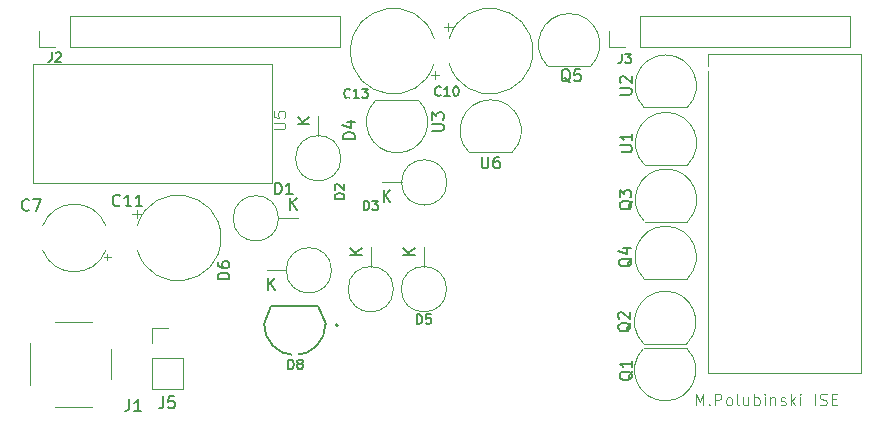
<source format=gto>
G04 #@! TF.GenerationSoftware,KiCad,Pcbnew,8.0.0*
G04 #@! TF.CreationDate,2025-01-04T20:08:10+01:00*
G04 #@! TF.ProjectId,inzynierka,696e7a79-6e69-4657-926b-612e6b696361,rev?*
G04 #@! TF.SameCoordinates,Original*
G04 #@! TF.FileFunction,Legend,Top*
G04 #@! TF.FilePolarity,Positive*
%FSLAX46Y46*%
G04 Gerber Fmt 4.6, Leading zero omitted, Abs format (unit mm)*
G04 Created by KiCad (PCBNEW 8.0.0) date 2025-01-04 20:08:10*
%MOMM*%
%LPD*%
G01*
G04 APERTURE LIST*
%ADD10C,0.100000*%
%ADD11C,0.150000*%
%ADD12C,0.120000*%
%ADD13C,0.127000*%
%ADD14C,0.200000*%
%ADD15C,0.001000*%
%ADD16R,2.400000X2.400000*%
%ADD17O,2.400000X2.400000*%
%ADD18R,1.600000X1.600000*%
%ADD19C,1.600000*%
%ADD20R,1.700000X1.700000*%
%ADD21O,1.700000X1.700000*%
%ADD22R,1.050000X1.500000*%
%ADD23O,1.050000X1.500000*%
%ADD24C,2.000000*%
%ADD25C,2.250000*%
%ADD26C,0.600000*%
%ADD27C,0.500000*%
G04 APERTURE END LIST*
D10*
X166303884Y-111772419D02*
X166303884Y-110772419D01*
X166303884Y-110772419D02*
X166637217Y-111486704D01*
X166637217Y-111486704D02*
X166970550Y-110772419D01*
X166970550Y-110772419D02*
X166970550Y-111772419D01*
X167446741Y-111677180D02*
X167494360Y-111724800D01*
X167494360Y-111724800D02*
X167446741Y-111772419D01*
X167446741Y-111772419D02*
X167399122Y-111724800D01*
X167399122Y-111724800D02*
X167446741Y-111677180D01*
X167446741Y-111677180D02*
X167446741Y-111772419D01*
X167922931Y-111772419D02*
X167922931Y-110772419D01*
X167922931Y-110772419D02*
X168303883Y-110772419D01*
X168303883Y-110772419D02*
X168399121Y-110820038D01*
X168399121Y-110820038D02*
X168446740Y-110867657D01*
X168446740Y-110867657D02*
X168494359Y-110962895D01*
X168494359Y-110962895D02*
X168494359Y-111105752D01*
X168494359Y-111105752D02*
X168446740Y-111200990D01*
X168446740Y-111200990D02*
X168399121Y-111248609D01*
X168399121Y-111248609D02*
X168303883Y-111296228D01*
X168303883Y-111296228D02*
X167922931Y-111296228D01*
X169065788Y-111772419D02*
X168970550Y-111724800D01*
X168970550Y-111724800D02*
X168922931Y-111677180D01*
X168922931Y-111677180D02*
X168875312Y-111581942D01*
X168875312Y-111581942D02*
X168875312Y-111296228D01*
X168875312Y-111296228D02*
X168922931Y-111200990D01*
X168922931Y-111200990D02*
X168970550Y-111153371D01*
X168970550Y-111153371D02*
X169065788Y-111105752D01*
X169065788Y-111105752D02*
X169208645Y-111105752D01*
X169208645Y-111105752D02*
X169303883Y-111153371D01*
X169303883Y-111153371D02*
X169351502Y-111200990D01*
X169351502Y-111200990D02*
X169399121Y-111296228D01*
X169399121Y-111296228D02*
X169399121Y-111581942D01*
X169399121Y-111581942D02*
X169351502Y-111677180D01*
X169351502Y-111677180D02*
X169303883Y-111724800D01*
X169303883Y-111724800D02*
X169208645Y-111772419D01*
X169208645Y-111772419D02*
X169065788Y-111772419D01*
X169970550Y-111772419D02*
X169875312Y-111724800D01*
X169875312Y-111724800D02*
X169827693Y-111629561D01*
X169827693Y-111629561D02*
X169827693Y-110772419D01*
X170780074Y-111105752D02*
X170780074Y-111772419D01*
X170351503Y-111105752D02*
X170351503Y-111629561D01*
X170351503Y-111629561D02*
X170399122Y-111724800D01*
X170399122Y-111724800D02*
X170494360Y-111772419D01*
X170494360Y-111772419D02*
X170637217Y-111772419D01*
X170637217Y-111772419D02*
X170732455Y-111724800D01*
X170732455Y-111724800D02*
X170780074Y-111677180D01*
X171256265Y-111772419D02*
X171256265Y-110772419D01*
X171256265Y-111153371D02*
X171351503Y-111105752D01*
X171351503Y-111105752D02*
X171541979Y-111105752D01*
X171541979Y-111105752D02*
X171637217Y-111153371D01*
X171637217Y-111153371D02*
X171684836Y-111200990D01*
X171684836Y-111200990D02*
X171732455Y-111296228D01*
X171732455Y-111296228D02*
X171732455Y-111581942D01*
X171732455Y-111581942D02*
X171684836Y-111677180D01*
X171684836Y-111677180D02*
X171637217Y-111724800D01*
X171637217Y-111724800D02*
X171541979Y-111772419D01*
X171541979Y-111772419D02*
X171351503Y-111772419D01*
X171351503Y-111772419D02*
X171256265Y-111724800D01*
X172161027Y-111772419D02*
X172161027Y-111105752D01*
X172161027Y-110772419D02*
X172113408Y-110820038D01*
X172113408Y-110820038D02*
X172161027Y-110867657D01*
X172161027Y-110867657D02*
X172208646Y-110820038D01*
X172208646Y-110820038D02*
X172161027Y-110772419D01*
X172161027Y-110772419D02*
X172161027Y-110867657D01*
X172637217Y-111105752D02*
X172637217Y-111772419D01*
X172637217Y-111200990D02*
X172684836Y-111153371D01*
X172684836Y-111153371D02*
X172780074Y-111105752D01*
X172780074Y-111105752D02*
X172922931Y-111105752D01*
X172922931Y-111105752D02*
X173018169Y-111153371D01*
X173018169Y-111153371D02*
X173065788Y-111248609D01*
X173065788Y-111248609D02*
X173065788Y-111772419D01*
X173494360Y-111724800D02*
X173589598Y-111772419D01*
X173589598Y-111772419D02*
X173780074Y-111772419D01*
X173780074Y-111772419D02*
X173875312Y-111724800D01*
X173875312Y-111724800D02*
X173922931Y-111629561D01*
X173922931Y-111629561D02*
X173922931Y-111581942D01*
X173922931Y-111581942D02*
X173875312Y-111486704D01*
X173875312Y-111486704D02*
X173780074Y-111439085D01*
X173780074Y-111439085D02*
X173637217Y-111439085D01*
X173637217Y-111439085D02*
X173541979Y-111391466D01*
X173541979Y-111391466D02*
X173494360Y-111296228D01*
X173494360Y-111296228D02*
X173494360Y-111248609D01*
X173494360Y-111248609D02*
X173541979Y-111153371D01*
X173541979Y-111153371D02*
X173637217Y-111105752D01*
X173637217Y-111105752D02*
X173780074Y-111105752D01*
X173780074Y-111105752D02*
X173875312Y-111153371D01*
X174351503Y-111772419D02*
X174351503Y-110772419D01*
X174446741Y-111391466D02*
X174732455Y-111772419D01*
X174732455Y-111105752D02*
X174351503Y-111486704D01*
X175161027Y-111772419D02*
X175161027Y-111105752D01*
X175161027Y-110772419D02*
X175113408Y-110820038D01*
X175113408Y-110820038D02*
X175161027Y-110867657D01*
X175161027Y-110867657D02*
X175208646Y-110820038D01*
X175208646Y-110820038D02*
X175161027Y-110772419D01*
X175161027Y-110772419D02*
X175161027Y-110867657D01*
X176399122Y-111772419D02*
X176399122Y-110772419D01*
X176827693Y-111724800D02*
X176970550Y-111772419D01*
X176970550Y-111772419D02*
X177208645Y-111772419D01*
X177208645Y-111772419D02*
X177303883Y-111724800D01*
X177303883Y-111724800D02*
X177351502Y-111677180D01*
X177351502Y-111677180D02*
X177399121Y-111581942D01*
X177399121Y-111581942D02*
X177399121Y-111486704D01*
X177399121Y-111486704D02*
X177351502Y-111391466D01*
X177351502Y-111391466D02*
X177303883Y-111343847D01*
X177303883Y-111343847D02*
X177208645Y-111296228D01*
X177208645Y-111296228D02*
X177018169Y-111248609D01*
X177018169Y-111248609D02*
X176922931Y-111200990D01*
X176922931Y-111200990D02*
X176875312Y-111153371D01*
X176875312Y-111153371D02*
X176827693Y-111058133D01*
X176827693Y-111058133D02*
X176827693Y-110962895D01*
X176827693Y-110962895D02*
X176875312Y-110867657D01*
X176875312Y-110867657D02*
X176922931Y-110820038D01*
X176922931Y-110820038D02*
X177018169Y-110772419D01*
X177018169Y-110772419D02*
X177256264Y-110772419D01*
X177256264Y-110772419D02*
X177399121Y-110820038D01*
X177827693Y-111248609D02*
X178161026Y-111248609D01*
X178303883Y-111772419D02*
X177827693Y-111772419D01*
X177827693Y-111772419D02*
X177827693Y-110772419D01*
X177827693Y-110772419D02*
X178303883Y-110772419D01*
D11*
X136532295Y-94290475D02*
X135732295Y-94290475D01*
X135732295Y-94290475D02*
X135732295Y-94099999D01*
X135732295Y-94099999D02*
X135770390Y-93985713D01*
X135770390Y-93985713D02*
X135846580Y-93909523D01*
X135846580Y-93909523D02*
X135922771Y-93871428D01*
X135922771Y-93871428D02*
X136075152Y-93833332D01*
X136075152Y-93833332D02*
X136189438Y-93833332D01*
X136189438Y-93833332D02*
X136341819Y-93871428D01*
X136341819Y-93871428D02*
X136418009Y-93909523D01*
X136418009Y-93909523D02*
X136494200Y-93985713D01*
X136494200Y-93985713D02*
X136532295Y-94099999D01*
X136532295Y-94099999D02*
X136532295Y-94290475D01*
X135808485Y-93528571D02*
X135770390Y-93490475D01*
X135770390Y-93490475D02*
X135732295Y-93414285D01*
X135732295Y-93414285D02*
X135732295Y-93223809D01*
X135732295Y-93223809D02*
X135770390Y-93147618D01*
X135770390Y-93147618D02*
X135808485Y-93109523D01*
X135808485Y-93109523D02*
X135884676Y-93071428D01*
X135884676Y-93071428D02*
X135960866Y-93071428D01*
X135960866Y-93071428D02*
X136075152Y-93109523D01*
X136075152Y-93109523D02*
X136532295Y-93566666D01*
X136532295Y-93566666D02*
X136532295Y-93071428D01*
X139888095Y-94554819D02*
X139888095Y-93554819D01*
X140459523Y-94554819D02*
X140030952Y-93983390D01*
X140459523Y-93554819D02*
X139888095Y-94126247D01*
X144715714Y-85496104D02*
X144677618Y-85534200D01*
X144677618Y-85534200D02*
X144563333Y-85572295D01*
X144563333Y-85572295D02*
X144487142Y-85572295D01*
X144487142Y-85572295D02*
X144372856Y-85534200D01*
X144372856Y-85534200D02*
X144296666Y-85458009D01*
X144296666Y-85458009D02*
X144258571Y-85381819D01*
X144258571Y-85381819D02*
X144220475Y-85229438D01*
X144220475Y-85229438D02*
X144220475Y-85115152D01*
X144220475Y-85115152D02*
X144258571Y-84962771D01*
X144258571Y-84962771D02*
X144296666Y-84886580D01*
X144296666Y-84886580D02*
X144372856Y-84810390D01*
X144372856Y-84810390D02*
X144487142Y-84772295D01*
X144487142Y-84772295D02*
X144563333Y-84772295D01*
X144563333Y-84772295D02*
X144677618Y-84810390D01*
X144677618Y-84810390D02*
X144715714Y-84848485D01*
X145477618Y-85572295D02*
X145020475Y-85572295D01*
X145249047Y-85572295D02*
X145249047Y-84772295D01*
X145249047Y-84772295D02*
X145172856Y-84886580D01*
X145172856Y-84886580D02*
X145096666Y-84962771D01*
X145096666Y-84962771D02*
X145020475Y-85000866D01*
X145972857Y-84772295D02*
X146049047Y-84772295D01*
X146049047Y-84772295D02*
X146125238Y-84810390D01*
X146125238Y-84810390D02*
X146163333Y-84848485D01*
X146163333Y-84848485D02*
X146201428Y-84924676D01*
X146201428Y-84924676D02*
X146239523Y-85077057D01*
X146239523Y-85077057D02*
X146239523Y-85267533D01*
X146239523Y-85267533D02*
X146201428Y-85419914D01*
X146201428Y-85419914D02*
X146163333Y-85496104D01*
X146163333Y-85496104D02*
X146125238Y-85534200D01*
X146125238Y-85534200D02*
X146049047Y-85572295D01*
X146049047Y-85572295D02*
X145972857Y-85572295D01*
X145972857Y-85572295D02*
X145896666Y-85534200D01*
X145896666Y-85534200D02*
X145858571Y-85496104D01*
X145858571Y-85496104D02*
X145820476Y-85419914D01*
X145820476Y-85419914D02*
X145782380Y-85267533D01*
X145782380Y-85267533D02*
X145782380Y-85077057D01*
X145782380Y-85077057D02*
X145820476Y-84924676D01*
X145820476Y-84924676D02*
X145858571Y-84848485D01*
X145858571Y-84848485D02*
X145896666Y-84810390D01*
X145896666Y-84810390D02*
X145972857Y-84772295D01*
X137454820Y-89208093D02*
X136454820Y-89208093D01*
X136454820Y-89208093D02*
X136454820Y-88969998D01*
X136454820Y-88969998D02*
X136502439Y-88827141D01*
X136502439Y-88827141D02*
X136597677Y-88731903D01*
X136597677Y-88731903D02*
X136692915Y-88684284D01*
X136692915Y-88684284D02*
X136883391Y-88636665D01*
X136883391Y-88636665D02*
X137026248Y-88636665D01*
X137026248Y-88636665D02*
X137216724Y-88684284D01*
X137216724Y-88684284D02*
X137311962Y-88731903D01*
X137311962Y-88731903D02*
X137407201Y-88827141D01*
X137407201Y-88827141D02*
X137454820Y-88969998D01*
X137454820Y-88969998D02*
X137454820Y-89208093D01*
X136788153Y-87779522D02*
X137454820Y-87779522D01*
X136407201Y-88017617D02*
X137121486Y-88255712D01*
X137121486Y-88255712D02*
X137121486Y-87636665D01*
X133604819Y-87931904D02*
X132604819Y-87931904D01*
X133604819Y-87360476D02*
X133033390Y-87789047D01*
X132604819Y-87360476D02*
X133176247Y-87931904D01*
X121226666Y-111014819D02*
X121226666Y-111729104D01*
X121226666Y-111729104D02*
X121179047Y-111871961D01*
X121179047Y-111871961D02*
X121083809Y-111967200D01*
X121083809Y-111967200D02*
X120940952Y-112014819D01*
X120940952Y-112014819D02*
X120845714Y-112014819D01*
X122179047Y-111014819D02*
X121702857Y-111014819D01*
X121702857Y-111014819D02*
X121655238Y-111491009D01*
X121655238Y-111491009D02*
X121702857Y-111443390D01*
X121702857Y-111443390D02*
X121798095Y-111395771D01*
X121798095Y-111395771D02*
X122036190Y-111395771D01*
X122036190Y-111395771D02*
X122131428Y-111443390D01*
X122131428Y-111443390D02*
X122179047Y-111491009D01*
X122179047Y-111491009D02*
X122226666Y-111586247D01*
X122226666Y-111586247D02*
X122226666Y-111824342D01*
X122226666Y-111824342D02*
X122179047Y-111919580D01*
X122179047Y-111919580D02*
X122131428Y-111967200D01*
X122131428Y-111967200D02*
X122036190Y-112014819D01*
X122036190Y-112014819D02*
X121798095Y-112014819D01*
X121798095Y-112014819D02*
X121702857Y-111967200D01*
X121702857Y-111967200D02*
X121655238Y-111919580D01*
X155674761Y-84430057D02*
X155579523Y-84382438D01*
X155579523Y-84382438D02*
X155484285Y-84287200D01*
X155484285Y-84287200D02*
X155341428Y-84144342D01*
X155341428Y-84144342D02*
X155246190Y-84096723D01*
X155246190Y-84096723D02*
X155150952Y-84096723D01*
X155198571Y-84334819D02*
X155103333Y-84287200D01*
X155103333Y-84287200D02*
X155008095Y-84191961D01*
X155008095Y-84191961D02*
X154960476Y-84001485D01*
X154960476Y-84001485D02*
X154960476Y-83668152D01*
X154960476Y-83668152D02*
X155008095Y-83477676D01*
X155008095Y-83477676D02*
X155103333Y-83382438D01*
X155103333Y-83382438D02*
X155198571Y-83334819D01*
X155198571Y-83334819D02*
X155389047Y-83334819D01*
X155389047Y-83334819D02*
X155484285Y-83382438D01*
X155484285Y-83382438D02*
X155579523Y-83477676D01*
X155579523Y-83477676D02*
X155627142Y-83668152D01*
X155627142Y-83668152D02*
X155627142Y-84001485D01*
X155627142Y-84001485D02*
X155579523Y-84191961D01*
X155579523Y-84191961D02*
X155484285Y-84287200D01*
X155484285Y-84287200D02*
X155389047Y-84334819D01*
X155389047Y-84334819D02*
X155198571Y-84334819D01*
X156531904Y-83334819D02*
X156055714Y-83334819D01*
X156055714Y-83334819D02*
X156008095Y-83811009D01*
X156008095Y-83811009D02*
X156055714Y-83763390D01*
X156055714Y-83763390D02*
X156150952Y-83715771D01*
X156150952Y-83715771D02*
X156389047Y-83715771D01*
X156389047Y-83715771D02*
X156484285Y-83763390D01*
X156484285Y-83763390D02*
X156531904Y-83811009D01*
X156531904Y-83811009D02*
X156579523Y-83906247D01*
X156579523Y-83906247D02*
X156579523Y-84144342D01*
X156579523Y-84144342D02*
X156531904Y-84239580D01*
X156531904Y-84239580D02*
X156484285Y-84287200D01*
X156484285Y-84287200D02*
X156389047Y-84334819D01*
X156389047Y-84334819D02*
X156150952Y-84334819D01*
X156150952Y-84334819D02*
X156055714Y-84287200D01*
X156055714Y-84287200D02*
X156008095Y-84239580D01*
X109883333Y-95209580D02*
X109835714Y-95257200D01*
X109835714Y-95257200D02*
X109692857Y-95304819D01*
X109692857Y-95304819D02*
X109597619Y-95304819D01*
X109597619Y-95304819D02*
X109454762Y-95257200D01*
X109454762Y-95257200D02*
X109359524Y-95161961D01*
X109359524Y-95161961D02*
X109311905Y-95066723D01*
X109311905Y-95066723D02*
X109264286Y-94876247D01*
X109264286Y-94876247D02*
X109264286Y-94733390D01*
X109264286Y-94733390D02*
X109311905Y-94542914D01*
X109311905Y-94542914D02*
X109359524Y-94447676D01*
X109359524Y-94447676D02*
X109454762Y-94352438D01*
X109454762Y-94352438D02*
X109597619Y-94304819D01*
X109597619Y-94304819D02*
X109692857Y-94304819D01*
X109692857Y-94304819D02*
X109835714Y-94352438D01*
X109835714Y-94352438D02*
X109883333Y-94400057D01*
X110216667Y-94304819D02*
X110883333Y-94304819D01*
X110883333Y-94304819D02*
X110454762Y-95304819D01*
X160980057Y-108895238D02*
X160932438Y-108990476D01*
X160932438Y-108990476D02*
X160837200Y-109085714D01*
X160837200Y-109085714D02*
X160694342Y-109228571D01*
X160694342Y-109228571D02*
X160646723Y-109323809D01*
X160646723Y-109323809D02*
X160646723Y-109419047D01*
X160884819Y-109371428D02*
X160837200Y-109466666D01*
X160837200Y-109466666D02*
X160741961Y-109561904D01*
X160741961Y-109561904D02*
X160551485Y-109609523D01*
X160551485Y-109609523D02*
X160218152Y-109609523D01*
X160218152Y-109609523D02*
X160027676Y-109561904D01*
X160027676Y-109561904D02*
X159932438Y-109466666D01*
X159932438Y-109466666D02*
X159884819Y-109371428D01*
X159884819Y-109371428D02*
X159884819Y-109180952D01*
X159884819Y-109180952D02*
X159932438Y-109085714D01*
X159932438Y-109085714D02*
X160027676Y-108990476D01*
X160027676Y-108990476D02*
X160218152Y-108942857D01*
X160218152Y-108942857D02*
X160551485Y-108942857D01*
X160551485Y-108942857D02*
X160741961Y-108990476D01*
X160741961Y-108990476D02*
X160837200Y-109085714D01*
X160837200Y-109085714D02*
X160884819Y-109180952D01*
X160884819Y-109180952D02*
X160884819Y-109371428D01*
X160884819Y-107990476D02*
X160884819Y-108561904D01*
X160884819Y-108276190D02*
X159884819Y-108276190D01*
X159884819Y-108276190D02*
X160027676Y-108371428D01*
X160027676Y-108371428D02*
X160122914Y-108466666D01*
X160122914Y-108466666D02*
X160170533Y-108561904D01*
X137035714Y-85686104D02*
X136997618Y-85724200D01*
X136997618Y-85724200D02*
X136883333Y-85762295D01*
X136883333Y-85762295D02*
X136807142Y-85762295D01*
X136807142Y-85762295D02*
X136692856Y-85724200D01*
X136692856Y-85724200D02*
X136616666Y-85648009D01*
X136616666Y-85648009D02*
X136578571Y-85571819D01*
X136578571Y-85571819D02*
X136540475Y-85419438D01*
X136540475Y-85419438D02*
X136540475Y-85305152D01*
X136540475Y-85305152D02*
X136578571Y-85152771D01*
X136578571Y-85152771D02*
X136616666Y-85076580D01*
X136616666Y-85076580D02*
X136692856Y-85000390D01*
X136692856Y-85000390D02*
X136807142Y-84962295D01*
X136807142Y-84962295D02*
X136883333Y-84962295D01*
X136883333Y-84962295D02*
X136997618Y-85000390D01*
X136997618Y-85000390D02*
X137035714Y-85038485D01*
X137797618Y-85762295D02*
X137340475Y-85762295D01*
X137569047Y-85762295D02*
X137569047Y-84962295D01*
X137569047Y-84962295D02*
X137492856Y-85076580D01*
X137492856Y-85076580D02*
X137416666Y-85152771D01*
X137416666Y-85152771D02*
X137340475Y-85190866D01*
X138064285Y-84962295D02*
X138559523Y-84962295D01*
X138559523Y-84962295D02*
X138292857Y-85267057D01*
X138292857Y-85267057D02*
X138407142Y-85267057D01*
X138407142Y-85267057D02*
X138483333Y-85305152D01*
X138483333Y-85305152D02*
X138521428Y-85343247D01*
X138521428Y-85343247D02*
X138559523Y-85419438D01*
X138559523Y-85419438D02*
X138559523Y-85609914D01*
X138559523Y-85609914D02*
X138521428Y-85686104D01*
X138521428Y-85686104D02*
X138483333Y-85724200D01*
X138483333Y-85724200D02*
X138407142Y-85762295D01*
X138407142Y-85762295D02*
X138178571Y-85762295D01*
X138178571Y-85762295D02*
X138102380Y-85724200D01*
X138102380Y-85724200D02*
X138064285Y-85686104D01*
D10*
X130567419Y-88411904D02*
X131376942Y-88411904D01*
X131376942Y-88411904D02*
X131472180Y-88364285D01*
X131472180Y-88364285D02*
X131519800Y-88316666D01*
X131519800Y-88316666D02*
X131567419Y-88221428D01*
X131567419Y-88221428D02*
X131567419Y-88030952D01*
X131567419Y-88030952D02*
X131519800Y-87935714D01*
X131519800Y-87935714D02*
X131472180Y-87888095D01*
X131472180Y-87888095D02*
X131376942Y-87840476D01*
X131376942Y-87840476D02*
X130567419Y-87840476D01*
X130567419Y-86888095D02*
X130567419Y-87364285D01*
X130567419Y-87364285D02*
X131043609Y-87411904D01*
X131043609Y-87411904D02*
X130995990Y-87364285D01*
X130995990Y-87364285D02*
X130948371Y-87269047D01*
X130948371Y-87269047D02*
X130948371Y-87030952D01*
X130948371Y-87030952D02*
X130995990Y-86935714D01*
X130995990Y-86935714D02*
X131043609Y-86888095D01*
X131043609Y-86888095D02*
X131138847Y-86840476D01*
X131138847Y-86840476D02*
X131376942Y-86840476D01*
X131376942Y-86840476D02*
X131472180Y-86888095D01*
X131472180Y-86888095D02*
X131519800Y-86935714D01*
X131519800Y-86935714D02*
X131567419Y-87030952D01*
X131567419Y-87030952D02*
X131567419Y-87269047D01*
X131567419Y-87269047D02*
X131519800Y-87364285D01*
X131519800Y-87364285D02*
X131472180Y-87411904D01*
D11*
X111793333Y-81872295D02*
X111793333Y-82443723D01*
X111793333Y-82443723D02*
X111755238Y-82558009D01*
X111755238Y-82558009D02*
X111679047Y-82634200D01*
X111679047Y-82634200D02*
X111564762Y-82672295D01*
X111564762Y-82672295D02*
X111488571Y-82672295D01*
X112136190Y-81948485D02*
X112174286Y-81910390D01*
X112174286Y-81910390D02*
X112250476Y-81872295D01*
X112250476Y-81872295D02*
X112440952Y-81872295D01*
X112440952Y-81872295D02*
X112517143Y-81910390D01*
X112517143Y-81910390D02*
X112555238Y-81948485D01*
X112555238Y-81948485D02*
X112593333Y-82024676D01*
X112593333Y-82024676D02*
X112593333Y-82100866D01*
X112593333Y-82100866D02*
X112555238Y-82215152D01*
X112555238Y-82215152D02*
X112098095Y-82672295D01*
X112098095Y-82672295D02*
X112593333Y-82672295D01*
X142699524Y-104872295D02*
X142699524Y-104072295D01*
X142699524Y-104072295D02*
X142890000Y-104072295D01*
X142890000Y-104072295D02*
X143004286Y-104110390D01*
X143004286Y-104110390D02*
X143080476Y-104186580D01*
X143080476Y-104186580D02*
X143118571Y-104262771D01*
X143118571Y-104262771D02*
X143156667Y-104415152D01*
X143156667Y-104415152D02*
X143156667Y-104529438D01*
X143156667Y-104529438D02*
X143118571Y-104681819D01*
X143118571Y-104681819D02*
X143080476Y-104758009D01*
X143080476Y-104758009D02*
X143004286Y-104834200D01*
X143004286Y-104834200D02*
X142890000Y-104872295D01*
X142890000Y-104872295D02*
X142699524Y-104872295D01*
X143880476Y-104072295D02*
X143499524Y-104072295D01*
X143499524Y-104072295D02*
X143461428Y-104453247D01*
X143461428Y-104453247D02*
X143499524Y-104415152D01*
X143499524Y-104415152D02*
X143575714Y-104377057D01*
X143575714Y-104377057D02*
X143766190Y-104377057D01*
X143766190Y-104377057D02*
X143842381Y-104415152D01*
X143842381Y-104415152D02*
X143880476Y-104453247D01*
X143880476Y-104453247D02*
X143918571Y-104529438D01*
X143918571Y-104529438D02*
X143918571Y-104719914D01*
X143918571Y-104719914D02*
X143880476Y-104796104D01*
X143880476Y-104796104D02*
X143842381Y-104834200D01*
X143842381Y-104834200D02*
X143766190Y-104872295D01*
X143766190Y-104872295D02*
X143575714Y-104872295D01*
X143575714Y-104872295D02*
X143499524Y-104834200D01*
X143499524Y-104834200D02*
X143461428Y-104796104D01*
X142554819Y-99021904D02*
X141554819Y-99021904D01*
X142554819Y-98450476D02*
X141983390Y-98879047D01*
X141554819Y-98450476D02*
X142126247Y-99021904D01*
X131829524Y-108692295D02*
X131829524Y-107892295D01*
X131829524Y-107892295D02*
X132020000Y-107892295D01*
X132020000Y-107892295D02*
X132134286Y-107930390D01*
X132134286Y-107930390D02*
X132210476Y-108006580D01*
X132210476Y-108006580D02*
X132248571Y-108082771D01*
X132248571Y-108082771D02*
X132286667Y-108235152D01*
X132286667Y-108235152D02*
X132286667Y-108349438D01*
X132286667Y-108349438D02*
X132248571Y-108501819D01*
X132248571Y-108501819D02*
X132210476Y-108578009D01*
X132210476Y-108578009D02*
X132134286Y-108654200D01*
X132134286Y-108654200D02*
X132020000Y-108692295D01*
X132020000Y-108692295D02*
X131829524Y-108692295D01*
X132743809Y-108235152D02*
X132667619Y-108197057D01*
X132667619Y-108197057D02*
X132629524Y-108158961D01*
X132629524Y-108158961D02*
X132591428Y-108082771D01*
X132591428Y-108082771D02*
X132591428Y-108044676D01*
X132591428Y-108044676D02*
X132629524Y-107968485D01*
X132629524Y-107968485D02*
X132667619Y-107930390D01*
X132667619Y-107930390D02*
X132743809Y-107892295D01*
X132743809Y-107892295D02*
X132896190Y-107892295D01*
X132896190Y-107892295D02*
X132972381Y-107930390D01*
X132972381Y-107930390D02*
X133010476Y-107968485D01*
X133010476Y-107968485D02*
X133048571Y-108044676D01*
X133048571Y-108044676D02*
X133048571Y-108082771D01*
X133048571Y-108082771D02*
X133010476Y-108158961D01*
X133010476Y-108158961D02*
X132972381Y-108197057D01*
X132972381Y-108197057D02*
X132896190Y-108235152D01*
X132896190Y-108235152D02*
X132743809Y-108235152D01*
X132743809Y-108235152D02*
X132667619Y-108273247D01*
X132667619Y-108273247D02*
X132629524Y-108311342D01*
X132629524Y-108311342D02*
X132591428Y-108387533D01*
X132591428Y-108387533D02*
X132591428Y-108539914D01*
X132591428Y-108539914D02*
X132629524Y-108616104D01*
X132629524Y-108616104D02*
X132667619Y-108654200D01*
X132667619Y-108654200D02*
X132743809Y-108692295D01*
X132743809Y-108692295D02*
X132896190Y-108692295D01*
X132896190Y-108692295D02*
X132972381Y-108654200D01*
X132972381Y-108654200D02*
X133010476Y-108616104D01*
X133010476Y-108616104D02*
X133048571Y-108539914D01*
X133048571Y-108539914D02*
X133048571Y-108387533D01*
X133048571Y-108387533D02*
X133010476Y-108311342D01*
X133010476Y-108311342D02*
X132972381Y-108273247D01*
X132972381Y-108273247D02*
X132896190Y-108235152D01*
X130671905Y-93904819D02*
X130671905Y-92904819D01*
X130671905Y-92904819D02*
X130910000Y-92904819D01*
X130910000Y-92904819D02*
X131052857Y-92952438D01*
X131052857Y-92952438D02*
X131148095Y-93047676D01*
X131148095Y-93047676D02*
X131195714Y-93142914D01*
X131195714Y-93142914D02*
X131243333Y-93333390D01*
X131243333Y-93333390D02*
X131243333Y-93476247D01*
X131243333Y-93476247D02*
X131195714Y-93666723D01*
X131195714Y-93666723D02*
X131148095Y-93761961D01*
X131148095Y-93761961D02*
X131052857Y-93857200D01*
X131052857Y-93857200D02*
X130910000Y-93904819D01*
X130910000Y-93904819D02*
X130671905Y-93904819D01*
X132195714Y-93904819D02*
X131624286Y-93904819D01*
X131910000Y-93904819D02*
X131910000Y-92904819D01*
X131910000Y-92904819D02*
X131814762Y-93047676D01*
X131814762Y-93047676D02*
X131719524Y-93142914D01*
X131719524Y-93142914D02*
X131624286Y-93190533D01*
X131988095Y-95194819D02*
X131988095Y-94194819D01*
X132559523Y-95194819D02*
X132130952Y-94623390D01*
X132559523Y-94194819D02*
X131988095Y-94766247D01*
X148188095Y-90704819D02*
X148188095Y-91514342D01*
X148188095Y-91514342D02*
X148235714Y-91609580D01*
X148235714Y-91609580D02*
X148283333Y-91657200D01*
X148283333Y-91657200D02*
X148378571Y-91704819D01*
X148378571Y-91704819D02*
X148569047Y-91704819D01*
X148569047Y-91704819D02*
X148664285Y-91657200D01*
X148664285Y-91657200D02*
X148711904Y-91609580D01*
X148711904Y-91609580D02*
X148759523Y-91514342D01*
X148759523Y-91514342D02*
X148759523Y-90704819D01*
X149664285Y-90704819D02*
X149473809Y-90704819D01*
X149473809Y-90704819D02*
X149378571Y-90752438D01*
X149378571Y-90752438D02*
X149330952Y-90800057D01*
X149330952Y-90800057D02*
X149235714Y-90942914D01*
X149235714Y-90942914D02*
X149188095Y-91133390D01*
X149188095Y-91133390D02*
X149188095Y-91514342D01*
X149188095Y-91514342D02*
X149235714Y-91609580D01*
X149235714Y-91609580D02*
X149283333Y-91657200D01*
X149283333Y-91657200D02*
X149378571Y-91704819D01*
X149378571Y-91704819D02*
X149569047Y-91704819D01*
X149569047Y-91704819D02*
X149664285Y-91657200D01*
X149664285Y-91657200D02*
X149711904Y-91609580D01*
X149711904Y-91609580D02*
X149759523Y-91514342D01*
X149759523Y-91514342D02*
X149759523Y-91276247D01*
X149759523Y-91276247D02*
X149711904Y-91181009D01*
X149711904Y-91181009D02*
X149664285Y-91133390D01*
X149664285Y-91133390D02*
X149569047Y-91085771D01*
X149569047Y-91085771D02*
X149378571Y-91085771D01*
X149378571Y-91085771D02*
X149283333Y-91133390D01*
X149283333Y-91133390D02*
X149235714Y-91181009D01*
X149235714Y-91181009D02*
X149188095Y-91276247D01*
X138209524Y-95252295D02*
X138209524Y-94452295D01*
X138209524Y-94452295D02*
X138400000Y-94452295D01*
X138400000Y-94452295D02*
X138514286Y-94490390D01*
X138514286Y-94490390D02*
X138590476Y-94566580D01*
X138590476Y-94566580D02*
X138628571Y-94642771D01*
X138628571Y-94642771D02*
X138666667Y-94795152D01*
X138666667Y-94795152D02*
X138666667Y-94909438D01*
X138666667Y-94909438D02*
X138628571Y-95061819D01*
X138628571Y-95061819D02*
X138590476Y-95138009D01*
X138590476Y-95138009D02*
X138514286Y-95214200D01*
X138514286Y-95214200D02*
X138400000Y-95252295D01*
X138400000Y-95252295D02*
X138209524Y-95252295D01*
X138933333Y-94452295D02*
X139428571Y-94452295D01*
X139428571Y-94452295D02*
X139161905Y-94757057D01*
X139161905Y-94757057D02*
X139276190Y-94757057D01*
X139276190Y-94757057D02*
X139352381Y-94795152D01*
X139352381Y-94795152D02*
X139390476Y-94833247D01*
X139390476Y-94833247D02*
X139428571Y-94909438D01*
X139428571Y-94909438D02*
X139428571Y-95099914D01*
X139428571Y-95099914D02*
X139390476Y-95176104D01*
X139390476Y-95176104D02*
X139352381Y-95214200D01*
X139352381Y-95214200D02*
X139276190Y-95252295D01*
X139276190Y-95252295D02*
X139047619Y-95252295D01*
X139047619Y-95252295D02*
X138971428Y-95214200D01*
X138971428Y-95214200D02*
X138933333Y-95176104D01*
X138054819Y-99021904D02*
X137054819Y-99021904D01*
X138054819Y-98450476D02*
X137483390Y-98879047D01*
X137054819Y-98450476D02*
X137626247Y-99021904D01*
X160970057Y-94445238D02*
X160922438Y-94540476D01*
X160922438Y-94540476D02*
X160827200Y-94635714D01*
X160827200Y-94635714D02*
X160684342Y-94778571D01*
X160684342Y-94778571D02*
X160636723Y-94873809D01*
X160636723Y-94873809D02*
X160636723Y-94969047D01*
X160874819Y-94921428D02*
X160827200Y-95016666D01*
X160827200Y-95016666D02*
X160731961Y-95111904D01*
X160731961Y-95111904D02*
X160541485Y-95159523D01*
X160541485Y-95159523D02*
X160208152Y-95159523D01*
X160208152Y-95159523D02*
X160017676Y-95111904D01*
X160017676Y-95111904D02*
X159922438Y-95016666D01*
X159922438Y-95016666D02*
X159874819Y-94921428D01*
X159874819Y-94921428D02*
X159874819Y-94730952D01*
X159874819Y-94730952D02*
X159922438Y-94635714D01*
X159922438Y-94635714D02*
X160017676Y-94540476D01*
X160017676Y-94540476D02*
X160208152Y-94492857D01*
X160208152Y-94492857D02*
X160541485Y-94492857D01*
X160541485Y-94492857D02*
X160731961Y-94540476D01*
X160731961Y-94540476D02*
X160827200Y-94635714D01*
X160827200Y-94635714D02*
X160874819Y-94730952D01*
X160874819Y-94730952D02*
X160874819Y-94921428D01*
X159874819Y-94159523D02*
X159874819Y-93540476D01*
X159874819Y-93540476D02*
X160255771Y-93873809D01*
X160255771Y-93873809D02*
X160255771Y-93730952D01*
X160255771Y-93730952D02*
X160303390Y-93635714D01*
X160303390Y-93635714D02*
X160351009Y-93588095D01*
X160351009Y-93588095D02*
X160446247Y-93540476D01*
X160446247Y-93540476D02*
X160684342Y-93540476D01*
X160684342Y-93540476D02*
X160779580Y-93588095D01*
X160779580Y-93588095D02*
X160827200Y-93635714D01*
X160827200Y-93635714D02*
X160874819Y-93730952D01*
X160874819Y-93730952D02*
X160874819Y-94016666D01*
X160874819Y-94016666D02*
X160827200Y-94111904D01*
X160827200Y-94111904D02*
X160779580Y-94159523D01*
X159914819Y-90331904D02*
X160724342Y-90331904D01*
X160724342Y-90331904D02*
X160819580Y-90284285D01*
X160819580Y-90284285D02*
X160867200Y-90236666D01*
X160867200Y-90236666D02*
X160914819Y-90141428D01*
X160914819Y-90141428D02*
X160914819Y-89950952D01*
X160914819Y-89950952D02*
X160867200Y-89855714D01*
X160867200Y-89855714D02*
X160819580Y-89808095D01*
X160819580Y-89808095D02*
X160724342Y-89760476D01*
X160724342Y-89760476D02*
X159914819Y-89760476D01*
X160914819Y-88760476D02*
X160914819Y-89331904D01*
X160914819Y-89046190D02*
X159914819Y-89046190D01*
X159914819Y-89046190D02*
X160057676Y-89141428D01*
X160057676Y-89141428D02*
X160152914Y-89236666D01*
X160152914Y-89236666D02*
X160200533Y-89331904D01*
X118366666Y-111254819D02*
X118366666Y-111969104D01*
X118366666Y-111969104D02*
X118319047Y-112111961D01*
X118319047Y-112111961D02*
X118223809Y-112207200D01*
X118223809Y-112207200D02*
X118080952Y-112254819D01*
X118080952Y-112254819D02*
X117985714Y-112254819D01*
X119366666Y-112254819D02*
X118795238Y-112254819D01*
X119080952Y-112254819D02*
X119080952Y-111254819D01*
X119080952Y-111254819D02*
X118985714Y-111397676D01*
X118985714Y-111397676D02*
X118890476Y-111492914D01*
X118890476Y-111492914D02*
X118795238Y-111540533D01*
X126824819Y-101098094D02*
X125824819Y-101098094D01*
X125824819Y-101098094D02*
X125824819Y-100859999D01*
X125824819Y-100859999D02*
X125872438Y-100717142D01*
X125872438Y-100717142D02*
X125967676Y-100621904D01*
X125967676Y-100621904D02*
X126062914Y-100574285D01*
X126062914Y-100574285D02*
X126253390Y-100526666D01*
X126253390Y-100526666D02*
X126396247Y-100526666D01*
X126396247Y-100526666D02*
X126586723Y-100574285D01*
X126586723Y-100574285D02*
X126681961Y-100621904D01*
X126681961Y-100621904D02*
X126777200Y-100717142D01*
X126777200Y-100717142D02*
X126824819Y-100859999D01*
X126824819Y-100859999D02*
X126824819Y-101098094D01*
X125824819Y-99669523D02*
X125824819Y-99859999D01*
X125824819Y-99859999D02*
X125872438Y-99955237D01*
X125872438Y-99955237D02*
X125920057Y-100002856D01*
X125920057Y-100002856D02*
X126062914Y-100098094D01*
X126062914Y-100098094D02*
X126253390Y-100145713D01*
X126253390Y-100145713D02*
X126634342Y-100145713D01*
X126634342Y-100145713D02*
X126729580Y-100098094D01*
X126729580Y-100098094D02*
X126777200Y-100050475D01*
X126777200Y-100050475D02*
X126824819Y-99955237D01*
X126824819Y-99955237D02*
X126824819Y-99764761D01*
X126824819Y-99764761D02*
X126777200Y-99669523D01*
X126777200Y-99669523D02*
X126729580Y-99621904D01*
X126729580Y-99621904D02*
X126634342Y-99574285D01*
X126634342Y-99574285D02*
X126396247Y-99574285D01*
X126396247Y-99574285D02*
X126301009Y-99621904D01*
X126301009Y-99621904D02*
X126253390Y-99669523D01*
X126253390Y-99669523D02*
X126205771Y-99764761D01*
X126205771Y-99764761D02*
X126205771Y-99955237D01*
X126205771Y-99955237D02*
X126253390Y-100050475D01*
X126253390Y-100050475D02*
X126301009Y-100098094D01*
X126301009Y-100098094D02*
X126396247Y-100145713D01*
X130118095Y-101994819D02*
X130118095Y-100994819D01*
X130689523Y-101994819D02*
X130260952Y-101423390D01*
X130689523Y-100994819D02*
X130118095Y-101566247D01*
X160830057Y-104775238D02*
X160782438Y-104870476D01*
X160782438Y-104870476D02*
X160687200Y-104965714D01*
X160687200Y-104965714D02*
X160544342Y-105108571D01*
X160544342Y-105108571D02*
X160496723Y-105203809D01*
X160496723Y-105203809D02*
X160496723Y-105299047D01*
X160734819Y-105251428D02*
X160687200Y-105346666D01*
X160687200Y-105346666D02*
X160591961Y-105441904D01*
X160591961Y-105441904D02*
X160401485Y-105489523D01*
X160401485Y-105489523D02*
X160068152Y-105489523D01*
X160068152Y-105489523D02*
X159877676Y-105441904D01*
X159877676Y-105441904D02*
X159782438Y-105346666D01*
X159782438Y-105346666D02*
X159734819Y-105251428D01*
X159734819Y-105251428D02*
X159734819Y-105060952D01*
X159734819Y-105060952D02*
X159782438Y-104965714D01*
X159782438Y-104965714D02*
X159877676Y-104870476D01*
X159877676Y-104870476D02*
X160068152Y-104822857D01*
X160068152Y-104822857D02*
X160401485Y-104822857D01*
X160401485Y-104822857D02*
X160591961Y-104870476D01*
X160591961Y-104870476D02*
X160687200Y-104965714D01*
X160687200Y-104965714D02*
X160734819Y-105060952D01*
X160734819Y-105060952D02*
X160734819Y-105251428D01*
X159830057Y-104441904D02*
X159782438Y-104394285D01*
X159782438Y-104394285D02*
X159734819Y-104299047D01*
X159734819Y-104299047D02*
X159734819Y-104060952D01*
X159734819Y-104060952D02*
X159782438Y-103965714D01*
X159782438Y-103965714D02*
X159830057Y-103918095D01*
X159830057Y-103918095D02*
X159925295Y-103870476D01*
X159925295Y-103870476D02*
X160020533Y-103870476D01*
X160020533Y-103870476D02*
X160163390Y-103918095D01*
X160163390Y-103918095D02*
X160734819Y-104489523D01*
X160734819Y-104489523D02*
X160734819Y-103870476D01*
X159894819Y-85471904D02*
X160704342Y-85471904D01*
X160704342Y-85471904D02*
X160799580Y-85424285D01*
X160799580Y-85424285D02*
X160847200Y-85376666D01*
X160847200Y-85376666D02*
X160894819Y-85281428D01*
X160894819Y-85281428D02*
X160894819Y-85090952D01*
X160894819Y-85090952D02*
X160847200Y-84995714D01*
X160847200Y-84995714D02*
X160799580Y-84948095D01*
X160799580Y-84948095D02*
X160704342Y-84900476D01*
X160704342Y-84900476D02*
X159894819Y-84900476D01*
X159990057Y-84471904D02*
X159942438Y-84424285D01*
X159942438Y-84424285D02*
X159894819Y-84329047D01*
X159894819Y-84329047D02*
X159894819Y-84090952D01*
X159894819Y-84090952D02*
X159942438Y-83995714D01*
X159942438Y-83995714D02*
X159990057Y-83948095D01*
X159990057Y-83948095D02*
X160085295Y-83900476D01*
X160085295Y-83900476D02*
X160180533Y-83900476D01*
X160180533Y-83900476D02*
X160323390Y-83948095D01*
X160323390Y-83948095D02*
X160894819Y-84519523D01*
X160894819Y-84519523D02*
X160894819Y-83900476D01*
X160910057Y-99295238D02*
X160862438Y-99390476D01*
X160862438Y-99390476D02*
X160767200Y-99485714D01*
X160767200Y-99485714D02*
X160624342Y-99628571D01*
X160624342Y-99628571D02*
X160576723Y-99723809D01*
X160576723Y-99723809D02*
X160576723Y-99819047D01*
X160814819Y-99771428D02*
X160767200Y-99866666D01*
X160767200Y-99866666D02*
X160671961Y-99961904D01*
X160671961Y-99961904D02*
X160481485Y-100009523D01*
X160481485Y-100009523D02*
X160148152Y-100009523D01*
X160148152Y-100009523D02*
X159957676Y-99961904D01*
X159957676Y-99961904D02*
X159862438Y-99866666D01*
X159862438Y-99866666D02*
X159814819Y-99771428D01*
X159814819Y-99771428D02*
X159814819Y-99580952D01*
X159814819Y-99580952D02*
X159862438Y-99485714D01*
X159862438Y-99485714D02*
X159957676Y-99390476D01*
X159957676Y-99390476D02*
X160148152Y-99342857D01*
X160148152Y-99342857D02*
X160481485Y-99342857D01*
X160481485Y-99342857D02*
X160671961Y-99390476D01*
X160671961Y-99390476D02*
X160767200Y-99485714D01*
X160767200Y-99485714D02*
X160814819Y-99580952D01*
X160814819Y-99580952D02*
X160814819Y-99771428D01*
X160148152Y-98485714D02*
X160814819Y-98485714D01*
X159767200Y-98723809D02*
X160481485Y-98961904D01*
X160481485Y-98961904D02*
X160481485Y-98342857D01*
X160053333Y-81992295D02*
X160053333Y-82563723D01*
X160053333Y-82563723D02*
X160015238Y-82678009D01*
X160015238Y-82678009D02*
X159939047Y-82754200D01*
X159939047Y-82754200D02*
X159824762Y-82792295D01*
X159824762Y-82792295D02*
X159748571Y-82792295D01*
X160358095Y-81992295D02*
X160853333Y-81992295D01*
X160853333Y-81992295D02*
X160586667Y-82297057D01*
X160586667Y-82297057D02*
X160700952Y-82297057D01*
X160700952Y-82297057D02*
X160777143Y-82335152D01*
X160777143Y-82335152D02*
X160815238Y-82373247D01*
X160815238Y-82373247D02*
X160853333Y-82449438D01*
X160853333Y-82449438D02*
X160853333Y-82639914D01*
X160853333Y-82639914D02*
X160815238Y-82716104D01*
X160815238Y-82716104D02*
X160777143Y-82754200D01*
X160777143Y-82754200D02*
X160700952Y-82792295D01*
X160700952Y-82792295D02*
X160472381Y-82792295D01*
X160472381Y-82792295D02*
X160396190Y-82754200D01*
X160396190Y-82754200D02*
X160358095Y-82716104D01*
X117567142Y-94839580D02*
X117519523Y-94887200D01*
X117519523Y-94887200D02*
X117376666Y-94934819D01*
X117376666Y-94934819D02*
X117281428Y-94934819D01*
X117281428Y-94934819D02*
X117138571Y-94887200D01*
X117138571Y-94887200D02*
X117043333Y-94791961D01*
X117043333Y-94791961D02*
X116995714Y-94696723D01*
X116995714Y-94696723D02*
X116948095Y-94506247D01*
X116948095Y-94506247D02*
X116948095Y-94363390D01*
X116948095Y-94363390D02*
X116995714Y-94172914D01*
X116995714Y-94172914D02*
X117043333Y-94077676D01*
X117043333Y-94077676D02*
X117138571Y-93982438D01*
X117138571Y-93982438D02*
X117281428Y-93934819D01*
X117281428Y-93934819D02*
X117376666Y-93934819D01*
X117376666Y-93934819D02*
X117519523Y-93982438D01*
X117519523Y-93982438D02*
X117567142Y-94030057D01*
X118519523Y-94934819D02*
X117948095Y-94934819D01*
X118233809Y-94934819D02*
X118233809Y-93934819D01*
X118233809Y-93934819D02*
X118138571Y-94077676D01*
X118138571Y-94077676D02*
X118043333Y-94172914D01*
X118043333Y-94172914D02*
X117948095Y-94220533D01*
X119471904Y-94934819D02*
X118900476Y-94934819D01*
X119186190Y-94934819D02*
X119186190Y-93934819D01*
X119186190Y-93934819D02*
X119090952Y-94077676D01*
X119090952Y-94077676D02*
X118995714Y-94172914D01*
X118995714Y-94172914D02*
X118900476Y-94220533D01*
X143974819Y-88531904D02*
X144784342Y-88531904D01*
X144784342Y-88531904D02*
X144879580Y-88484285D01*
X144879580Y-88484285D02*
X144927200Y-88436666D01*
X144927200Y-88436666D02*
X144974819Y-88341428D01*
X144974819Y-88341428D02*
X144974819Y-88150952D01*
X144974819Y-88150952D02*
X144927200Y-88055714D01*
X144927200Y-88055714D02*
X144879580Y-88008095D01*
X144879580Y-88008095D02*
X144784342Y-87960476D01*
X144784342Y-87960476D02*
X143974819Y-87960476D01*
X143974819Y-87579523D02*
X143974819Y-86960476D01*
X143974819Y-86960476D02*
X144355771Y-87293809D01*
X144355771Y-87293809D02*
X144355771Y-87150952D01*
X144355771Y-87150952D02*
X144403390Y-87055714D01*
X144403390Y-87055714D02*
X144451009Y-87008095D01*
X144451009Y-87008095D02*
X144546247Y-86960476D01*
X144546247Y-86960476D02*
X144784342Y-86960476D01*
X144784342Y-86960476D02*
X144879580Y-87008095D01*
X144879580Y-87008095D02*
X144927200Y-87055714D01*
X144927200Y-87055714D02*
X144974819Y-87150952D01*
X144974819Y-87150952D02*
X144974819Y-87436666D01*
X144974819Y-87436666D02*
X144927200Y-87531904D01*
X144927200Y-87531904D02*
X144879580Y-87579523D01*
D12*
X141410000Y-92900000D02*
X139750000Y-92900000D01*
X145250000Y-92900000D02*
G75*
G02*
X141410000Y-92900000I-1920000J0D01*
G01*
X141410000Y-92900000D02*
G75*
G02*
X145250000Y-92900000I1920000J0D01*
G01*
X145025277Y-79745000D02*
X145725277Y-79745000D01*
X145375277Y-79395000D02*
X145375277Y-80095000D01*
X145438672Y-80720000D02*
G75*
G02*
X145438672Y-82840000I3461328J-1060000D01*
G01*
X134350000Y-88930000D02*
X134350000Y-87270000D01*
X136270000Y-90850000D02*
G75*
G02*
X132430000Y-90850000I-1920000J0D01*
G01*
X132430000Y-90850000D02*
G75*
G02*
X136270000Y-90850000I1920000J0D01*
G01*
X120270000Y-105195000D02*
X121600000Y-105195000D01*
X120270000Y-106525000D02*
X120270000Y-105195000D01*
X120270000Y-107795000D02*
X120270000Y-110395000D01*
X120270000Y-107795000D02*
X122930000Y-107795000D01*
X120270000Y-110395000D02*
X122930000Y-110395000D01*
X122930000Y-107795000D02*
X122930000Y-110395000D01*
X153800000Y-83050000D02*
X157400000Y-83050000D01*
X153761522Y-83038478D02*
G75*
G02*
X155600000Y-78600000I1838478J1838478D01*
G01*
X155600000Y-78600000D02*
G75*
G02*
X157438478Y-83038478I0J-2600000D01*
G01*
X116497262Y-99490000D02*
X116497262Y-98940000D01*
X116772262Y-99215000D02*
X116222262Y-99215000D01*
X111032924Y-96540000D02*
G75*
G02*
X116367076Y-96540000I2667076J-1060000D01*
G01*
X116367076Y-98660000D02*
G75*
G02*
X111032924Y-98660000I-2667076J1060000D01*
G01*
X165530000Y-106950000D02*
X161930000Y-106950000D01*
X163730000Y-111400000D02*
G75*
G02*
X161891522Y-106961522I0J2600000D01*
G01*
X165568478Y-106961522D02*
G75*
G02*
X163730000Y-111400000I-1838478J-1838478D01*
G01*
X144224723Y-84165000D02*
X144224723Y-83465000D01*
X144574723Y-83815000D02*
X143874723Y-83815000D01*
X144161328Y-82840000D02*
G75*
G02*
X144161328Y-80720000I-3461328J1060000D01*
G01*
D10*
X130440000Y-92940000D02*
X110200000Y-92940000D01*
X110200000Y-82850000D01*
X130440000Y-82850000D01*
X130440000Y-92940000D01*
D12*
X110710000Y-81430000D02*
X110710000Y-80100000D01*
X112040000Y-81430000D02*
X110710000Y-81430000D01*
X113310000Y-78770000D02*
X136230000Y-78770000D01*
X113310000Y-81430000D02*
X113310000Y-78770000D01*
X113310000Y-81430000D02*
X136230000Y-81430000D01*
X136230000Y-81430000D02*
X136230000Y-78770000D01*
X143300000Y-100020000D02*
X143300000Y-98360000D01*
X145220000Y-101940000D02*
G75*
G02*
X141380000Y-101940000I-1920000J0D01*
G01*
X141380000Y-101940000D02*
G75*
G02*
X145220000Y-101940000I1920000J0D01*
G01*
D13*
X129762800Y-104857500D02*
X130367800Y-103337500D01*
X130367800Y-103337500D02*
X134367800Y-103337500D01*
X134367800Y-103337500D02*
X134972800Y-104857500D01*
X132367800Y-107527500D02*
G75*
G02*
X129762800Y-104857500I32500J2637500D01*
G01*
X134972800Y-104857500D02*
G75*
G02*
X132367800Y-107527500I-2637500J-32500D01*
G01*
D14*
X136012200Y-104987500D02*
G75*
G02*
X135803400Y-104987500I-104400J0D01*
G01*
X135803400Y-104987500D02*
G75*
G02*
X136012200Y-104987500I104400J0D01*
G01*
D12*
X130990000Y-95940000D02*
X132650000Y-95940000D01*
X130990000Y-95940000D02*
G75*
G02*
X127150000Y-95940000I-1920000J0D01*
G01*
X127150000Y-95940000D02*
G75*
G02*
X130990000Y-95940000I1920000J0D01*
G01*
X147150000Y-90350000D02*
X150750000Y-90350000D01*
X147111522Y-90338478D02*
G75*
G02*
X148950000Y-85900000I1838478J1838478D01*
G01*
X148950000Y-85900000D02*
G75*
G02*
X150788478Y-90338478I0J-2600000D01*
G01*
X138800000Y-100020000D02*
X138800000Y-98360000D01*
X140720000Y-101940000D02*
G75*
G02*
X136880000Y-101940000I-1920000J0D01*
G01*
X136880000Y-101940000D02*
G75*
G02*
X140720000Y-101940000I1920000J0D01*
G01*
X162000000Y-96210000D02*
X165600000Y-96210000D01*
X161961522Y-96198478D02*
G75*
G02*
X163800000Y-91760000I1838478J1838478D01*
G01*
X163800000Y-91760000D02*
G75*
G02*
X165638478Y-96198478I0J-2600000D01*
G01*
X162000000Y-91410000D02*
X165600000Y-91410000D01*
X161961522Y-91398478D02*
G75*
G02*
X163800000Y-86960000I1838478J1838478D01*
G01*
X163800000Y-86960000D02*
G75*
G02*
X165638478Y-91398478I0J-2600000D01*
G01*
X109960000Y-110080000D02*
X109960000Y-106480000D01*
X112040000Y-104680000D02*
X115240000Y-104680000D01*
X112040000Y-111880000D02*
X115240000Y-111880000D01*
X116840000Y-109580000D02*
X116840000Y-106980000D01*
X131640000Y-100340000D02*
X129980000Y-100340000D01*
X135480000Y-100340000D02*
G75*
G02*
X131640000Y-100340000I-1920000J0D01*
G01*
X131640000Y-100340000D02*
G75*
G02*
X135480000Y-100340000I1920000J0D01*
G01*
X161930000Y-106550000D02*
X165530000Y-106550000D01*
X161891522Y-106538478D02*
G75*
G02*
X163730000Y-102100000I1838478J1838478D01*
G01*
X163730000Y-102100000D02*
G75*
G02*
X165568478Y-106538478I0J-2600000D01*
G01*
X161970000Y-86550000D02*
X165570000Y-86550000D01*
X161931522Y-86538478D02*
G75*
G02*
X163770000Y-82100000I1838478J1838478D01*
G01*
X163770000Y-82100000D02*
G75*
G02*
X165608478Y-86538478I0J-2600000D01*
G01*
X161970000Y-101050000D02*
X165570000Y-101050000D01*
X161931522Y-101038478D02*
G75*
G02*
X163770000Y-96600000I1838478J1838478D01*
G01*
X163770000Y-96600000D02*
G75*
G02*
X165608478Y-101038478I0J-2600000D01*
G01*
X158970000Y-81430000D02*
X158970000Y-80100000D01*
X160300000Y-81430000D02*
X158970000Y-81430000D01*
X161570000Y-78770000D02*
X179410000Y-78770000D01*
X161570000Y-81430000D02*
X161570000Y-78770000D01*
X161570000Y-81430000D02*
X179410000Y-81430000D01*
X179410000Y-81430000D02*
X179410000Y-78770000D01*
X118625277Y-95565000D02*
X119325277Y-95565000D01*
X118975277Y-95215000D02*
X118975277Y-95915000D01*
X119038672Y-96540000D02*
G75*
G02*
X119038672Y-98660000I3461328J-1060000D01*
G01*
X142830000Y-85950000D02*
X139230000Y-85950000D01*
X141030000Y-90400000D02*
G75*
G02*
X139191522Y-85961522I0J2600000D01*
G01*
X142868478Y-85961522D02*
G75*
G02*
X141030000Y-90400000I-1838478J-1838478D01*
G01*
D10*
X180320000Y-82000000D02*
X167320000Y-82000000D01*
X167320000Y-109000000D01*
X180320000Y-109000000D01*
X180320000Y-82000000D01*
%LPC*%
D15*
X131132800Y-103739500D02*
X131163800Y-103743500D01*
X131195800Y-103748500D01*
X131225800Y-103755500D01*
X131256800Y-103763500D01*
X131286800Y-103773500D01*
X131315800Y-103785500D01*
X131344800Y-103798500D01*
X131372800Y-103812500D01*
X131399800Y-103828500D01*
X131425800Y-103846500D01*
X131451800Y-103865500D01*
X131475800Y-103885500D01*
X131498800Y-103906500D01*
X131520800Y-103928500D01*
X131541800Y-103952500D01*
X131561800Y-103977500D01*
X131579800Y-104002500D01*
X131596800Y-104029500D01*
X131612800Y-104057500D01*
X131626800Y-104085500D01*
X131638800Y-104114500D01*
X131649800Y-104143500D01*
X131659800Y-104173500D01*
X131667800Y-104204500D01*
X131673800Y-104235500D01*
X131678800Y-104266500D01*
X131681800Y-104297500D01*
X131682800Y-104329500D01*
X131682800Y-104357500D01*
X131682800Y-105357500D01*
X131682800Y-105385500D01*
X131681800Y-105417500D01*
X131678800Y-105448500D01*
X131673800Y-105479500D01*
X131667800Y-105510500D01*
X131659800Y-105541500D01*
X131649800Y-105571500D01*
X131638800Y-105600500D01*
X131626800Y-105629500D01*
X131612800Y-105657500D01*
X131596800Y-105685500D01*
X131579800Y-105712500D01*
X131561800Y-105737500D01*
X131541800Y-105762500D01*
X131520800Y-105786500D01*
X131498800Y-105808500D01*
X131475800Y-105829500D01*
X131451800Y-105849500D01*
X131425800Y-105868500D01*
X131399800Y-105886500D01*
X131372800Y-105902500D01*
X131344800Y-105916500D01*
X131315800Y-105929500D01*
X131286800Y-105941500D01*
X131256800Y-105951500D01*
X131225800Y-105959500D01*
X131195800Y-105966500D01*
X131163800Y-105971500D01*
X131132800Y-105975500D01*
X131097800Y-105977500D01*
X131062800Y-105975500D01*
X131031800Y-105971500D01*
X130999800Y-105966500D01*
X130969800Y-105959500D01*
X130938800Y-105951500D01*
X130908800Y-105941500D01*
X130879800Y-105929500D01*
X130850800Y-105916500D01*
X130822800Y-105902500D01*
X130795800Y-105886500D01*
X130769800Y-105868500D01*
X130743800Y-105849500D01*
X130719800Y-105829500D01*
X130696800Y-105808500D01*
X130674800Y-105786500D01*
X130653800Y-105762500D01*
X130633800Y-105737500D01*
X130615800Y-105712500D01*
X130598800Y-105685500D01*
X130582800Y-105657500D01*
X130568800Y-105629500D01*
X130556800Y-105600500D01*
X130545800Y-105571500D01*
X130535800Y-105541500D01*
X130527800Y-105510500D01*
X130521800Y-105479500D01*
X130516800Y-105448500D01*
X130513800Y-105417500D01*
X130512800Y-105385500D01*
X130512800Y-105357500D01*
X130512800Y-104357500D01*
X130512800Y-104329500D01*
X130513800Y-104297500D01*
X130516800Y-104266500D01*
X130521800Y-104235500D01*
X130527800Y-104204500D01*
X130535800Y-104173500D01*
X130545800Y-104143500D01*
X130556800Y-104114500D01*
X130568800Y-104085500D01*
X130582800Y-104057500D01*
X130598800Y-104029500D01*
X130615800Y-104002500D01*
X130633800Y-103977500D01*
X130653800Y-103952500D01*
X130674800Y-103928500D01*
X130696800Y-103906500D01*
X130719800Y-103885500D01*
X130743800Y-103865500D01*
X130769800Y-103846500D01*
X130795800Y-103828500D01*
X130822800Y-103812500D01*
X130850800Y-103798500D01*
X130879800Y-103785500D01*
X130908800Y-103773500D01*
X130938800Y-103763500D01*
X130969800Y-103755500D01*
X130999800Y-103748500D01*
X131031800Y-103743500D01*
X131062800Y-103739500D01*
X131097800Y-103737500D01*
X131132800Y-103739500D01*
G36*
X131132800Y-103739500D02*
G01*
X131163800Y-103743500D01*
X131195800Y-103748500D01*
X131225800Y-103755500D01*
X131256800Y-103763500D01*
X131286800Y-103773500D01*
X131315800Y-103785500D01*
X131344800Y-103798500D01*
X131372800Y-103812500D01*
X131399800Y-103828500D01*
X131425800Y-103846500D01*
X131451800Y-103865500D01*
X131475800Y-103885500D01*
X131498800Y-103906500D01*
X131520800Y-103928500D01*
X131541800Y-103952500D01*
X131561800Y-103977500D01*
X131579800Y-104002500D01*
X131596800Y-104029500D01*
X131612800Y-104057500D01*
X131626800Y-104085500D01*
X131638800Y-104114500D01*
X131649800Y-104143500D01*
X131659800Y-104173500D01*
X131667800Y-104204500D01*
X131673800Y-104235500D01*
X131678800Y-104266500D01*
X131681800Y-104297500D01*
X131682800Y-104329500D01*
X131682800Y-104357500D01*
X131682800Y-105357500D01*
X131682800Y-105385500D01*
X131681800Y-105417500D01*
X131678800Y-105448500D01*
X131673800Y-105479500D01*
X131667800Y-105510500D01*
X131659800Y-105541500D01*
X131649800Y-105571500D01*
X131638800Y-105600500D01*
X131626800Y-105629500D01*
X131612800Y-105657500D01*
X131596800Y-105685500D01*
X131579800Y-105712500D01*
X131561800Y-105737500D01*
X131541800Y-105762500D01*
X131520800Y-105786500D01*
X131498800Y-105808500D01*
X131475800Y-105829500D01*
X131451800Y-105849500D01*
X131425800Y-105868500D01*
X131399800Y-105886500D01*
X131372800Y-105902500D01*
X131344800Y-105916500D01*
X131315800Y-105929500D01*
X131286800Y-105941500D01*
X131256800Y-105951500D01*
X131225800Y-105959500D01*
X131195800Y-105966500D01*
X131163800Y-105971500D01*
X131132800Y-105975500D01*
X131097800Y-105977500D01*
X131062800Y-105975500D01*
X131031800Y-105971500D01*
X130999800Y-105966500D01*
X130969800Y-105959500D01*
X130938800Y-105951500D01*
X130908800Y-105941500D01*
X130879800Y-105929500D01*
X130850800Y-105916500D01*
X130822800Y-105902500D01*
X130795800Y-105886500D01*
X130769800Y-105868500D01*
X130743800Y-105849500D01*
X130719800Y-105829500D01*
X130696800Y-105808500D01*
X130674800Y-105786500D01*
X130653800Y-105762500D01*
X130633800Y-105737500D01*
X130615800Y-105712500D01*
X130598800Y-105685500D01*
X130582800Y-105657500D01*
X130568800Y-105629500D01*
X130556800Y-105600500D01*
X130545800Y-105571500D01*
X130535800Y-105541500D01*
X130527800Y-105510500D01*
X130521800Y-105479500D01*
X130516800Y-105448500D01*
X130513800Y-105417500D01*
X130512800Y-105385500D01*
X130512800Y-105357500D01*
X130512800Y-104357500D01*
X130512800Y-104329500D01*
X130513800Y-104297500D01*
X130516800Y-104266500D01*
X130521800Y-104235500D01*
X130527800Y-104204500D01*
X130535800Y-104173500D01*
X130545800Y-104143500D01*
X130556800Y-104114500D01*
X130568800Y-104085500D01*
X130582800Y-104057500D01*
X130598800Y-104029500D01*
X130615800Y-104002500D01*
X130633800Y-103977500D01*
X130653800Y-103952500D01*
X130674800Y-103928500D01*
X130696800Y-103906500D01*
X130719800Y-103885500D01*
X130743800Y-103865500D01*
X130769800Y-103846500D01*
X130795800Y-103828500D01*
X130822800Y-103812500D01*
X130850800Y-103798500D01*
X130879800Y-103785500D01*
X130908800Y-103773500D01*
X130938800Y-103763500D01*
X130969800Y-103755500D01*
X130999800Y-103748500D01*
X131031800Y-103743500D01*
X131062800Y-103739500D01*
X131097800Y-103737500D01*
X131132800Y-103739500D01*
G37*
X132402800Y-103739500D02*
X132433800Y-103743500D01*
X132465800Y-103748500D01*
X132495800Y-103755500D01*
X132526800Y-103763500D01*
X132556800Y-103773500D01*
X132585800Y-103785500D01*
X132614800Y-103798500D01*
X132642800Y-103812500D01*
X132669800Y-103828500D01*
X132695800Y-103846500D01*
X132721800Y-103865500D01*
X132745800Y-103885500D01*
X132768800Y-103906500D01*
X132790800Y-103928500D01*
X132811800Y-103952500D01*
X132831800Y-103977500D01*
X132849800Y-104002500D01*
X132866800Y-104029500D01*
X132882800Y-104057500D01*
X132896800Y-104085500D01*
X132908800Y-104114500D01*
X132919800Y-104143500D01*
X132929800Y-104173500D01*
X132937800Y-104204500D01*
X132943800Y-104235500D01*
X132948800Y-104266500D01*
X132951800Y-104297500D01*
X132952800Y-104329500D01*
X132952800Y-104357500D01*
X132952800Y-105357500D01*
X132952800Y-105385500D01*
X132951800Y-105417500D01*
X132948800Y-105448500D01*
X132943800Y-105479500D01*
X132937800Y-105510500D01*
X132929800Y-105541500D01*
X132919800Y-105571500D01*
X132908800Y-105600500D01*
X132896800Y-105629500D01*
X132882800Y-105657500D01*
X132866800Y-105685500D01*
X132849800Y-105712500D01*
X132831800Y-105737500D01*
X132811800Y-105762500D01*
X132790800Y-105786500D01*
X132768800Y-105808500D01*
X132745800Y-105829500D01*
X132721800Y-105849500D01*
X132695800Y-105868500D01*
X132669800Y-105886500D01*
X132642800Y-105902500D01*
X132614800Y-105916500D01*
X132585800Y-105929500D01*
X132556800Y-105941500D01*
X132526800Y-105951500D01*
X132495800Y-105959500D01*
X132465800Y-105966500D01*
X132433800Y-105971500D01*
X132402800Y-105975500D01*
X132367800Y-105977500D01*
X132332800Y-105975500D01*
X132301800Y-105971500D01*
X132269800Y-105966500D01*
X132239800Y-105959500D01*
X132208800Y-105951500D01*
X132178800Y-105941500D01*
X132149800Y-105929500D01*
X132120800Y-105916500D01*
X132092800Y-105902500D01*
X132065800Y-105886500D01*
X132039800Y-105868500D01*
X132013800Y-105849500D01*
X131989800Y-105829500D01*
X131966800Y-105808500D01*
X131944800Y-105786500D01*
X131923800Y-105762500D01*
X131903800Y-105737500D01*
X131885800Y-105712500D01*
X131868800Y-105685500D01*
X131852800Y-105657500D01*
X131838800Y-105629500D01*
X131826800Y-105600500D01*
X131815800Y-105571500D01*
X131805800Y-105541500D01*
X131797800Y-105510500D01*
X131791800Y-105479500D01*
X131786800Y-105448500D01*
X131783800Y-105417500D01*
X131782800Y-105385500D01*
X131782800Y-105357500D01*
X131782800Y-104357500D01*
X131782800Y-104329500D01*
X131783800Y-104297500D01*
X131786800Y-104266500D01*
X131791800Y-104235500D01*
X131797800Y-104204500D01*
X131805800Y-104173500D01*
X131815800Y-104143500D01*
X131826800Y-104114500D01*
X131838800Y-104085500D01*
X131852800Y-104057500D01*
X131868800Y-104029500D01*
X131885800Y-104002500D01*
X131903800Y-103977500D01*
X131923800Y-103952500D01*
X131944800Y-103928500D01*
X131966800Y-103906500D01*
X131989800Y-103885500D01*
X132013800Y-103865500D01*
X132039800Y-103846500D01*
X132065800Y-103828500D01*
X132092800Y-103812500D01*
X132120800Y-103798500D01*
X132149800Y-103785500D01*
X132178800Y-103773500D01*
X132208800Y-103763500D01*
X132239800Y-103755500D01*
X132269800Y-103748500D01*
X132301800Y-103743500D01*
X132332800Y-103739500D01*
X132367800Y-103737500D01*
X132402800Y-103739500D01*
G36*
X132402800Y-103739500D02*
G01*
X132433800Y-103743500D01*
X132465800Y-103748500D01*
X132495800Y-103755500D01*
X132526800Y-103763500D01*
X132556800Y-103773500D01*
X132585800Y-103785500D01*
X132614800Y-103798500D01*
X132642800Y-103812500D01*
X132669800Y-103828500D01*
X132695800Y-103846500D01*
X132721800Y-103865500D01*
X132745800Y-103885500D01*
X132768800Y-103906500D01*
X132790800Y-103928500D01*
X132811800Y-103952500D01*
X132831800Y-103977500D01*
X132849800Y-104002500D01*
X132866800Y-104029500D01*
X132882800Y-104057500D01*
X132896800Y-104085500D01*
X132908800Y-104114500D01*
X132919800Y-104143500D01*
X132929800Y-104173500D01*
X132937800Y-104204500D01*
X132943800Y-104235500D01*
X132948800Y-104266500D01*
X132951800Y-104297500D01*
X132952800Y-104329500D01*
X132952800Y-104357500D01*
X132952800Y-105357500D01*
X132952800Y-105385500D01*
X132951800Y-105417500D01*
X132948800Y-105448500D01*
X132943800Y-105479500D01*
X132937800Y-105510500D01*
X132929800Y-105541500D01*
X132919800Y-105571500D01*
X132908800Y-105600500D01*
X132896800Y-105629500D01*
X132882800Y-105657500D01*
X132866800Y-105685500D01*
X132849800Y-105712500D01*
X132831800Y-105737500D01*
X132811800Y-105762500D01*
X132790800Y-105786500D01*
X132768800Y-105808500D01*
X132745800Y-105829500D01*
X132721800Y-105849500D01*
X132695800Y-105868500D01*
X132669800Y-105886500D01*
X132642800Y-105902500D01*
X132614800Y-105916500D01*
X132585800Y-105929500D01*
X132556800Y-105941500D01*
X132526800Y-105951500D01*
X132495800Y-105959500D01*
X132465800Y-105966500D01*
X132433800Y-105971500D01*
X132402800Y-105975500D01*
X132367800Y-105977500D01*
X132332800Y-105975500D01*
X132301800Y-105971500D01*
X132269800Y-105966500D01*
X132239800Y-105959500D01*
X132208800Y-105951500D01*
X132178800Y-105941500D01*
X132149800Y-105929500D01*
X132120800Y-105916500D01*
X132092800Y-105902500D01*
X132065800Y-105886500D01*
X132039800Y-105868500D01*
X132013800Y-105849500D01*
X131989800Y-105829500D01*
X131966800Y-105808500D01*
X131944800Y-105786500D01*
X131923800Y-105762500D01*
X131903800Y-105737500D01*
X131885800Y-105712500D01*
X131868800Y-105685500D01*
X131852800Y-105657500D01*
X131838800Y-105629500D01*
X131826800Y-105600500D01*
X131815800Y-105571500D01*
X131805800Y-105541500D01*
X131797800Y-105510500D01*
X131791800Y-105479500D01*
X131786800Y-105448500D01*
X131783800Y-105417500D01*
X131782800Y-105385500D01*
X131782800Y-105357500D01*
X131782800Y-104357500D01*
X131782800Y-104329500D01*
X131783800Y-104297500D01*
X131786800Y-104266500D01*
X131791800Y-104235500D01*
X131797800Y-104204500D01*
X131805800Y-104173500D01*
X131815800Y-104143500D01*
X131826800Y-104114500D01*
X131838800Y-104085500D01*
X131852800Y-104057500D01*
X131868800Y-104029500D01*
X131885800Y-104002500D01*
X131903800Y-103977500D01*
X131923800Y-103952500D01*
X131944800Y-103928500D01*
X131966800Y-103906500D01*
X131989800Y-103885500D01*
X132013800Y-103865500D01*
X132039800Y-103846500D01*
X132065800Y-103828500D01*
X132092800Y-103812500D01*
X132120800Y-103798500D01*
X132149800Y-103785500D01*
X132178800Y-103773500D01*
X132208800Y-103763500D01*
X132239800Y-103755500D01*
X132269800Y-103748500D01*
X132301800Y-103743500D01*
X132332800Y-103739500D01*
X132367800Y-103737500D01*
X132402800Y-103739500D01*
G37*
X133672800Y-103739500D02*
X133703800Y-103743500D01*
X133735800Y-103748500D01*
X133765800Y-103755500D01*
X133796800Y-103763500D01*
X133826800Y-103773500D01*
X133855800Y-103785500D01*
X133884800Y-103798500D01*
X133912800Y-103812500D01*
X133939800Y-103828500D01*
X133965800Y-103846500D01*
X133991800Y-103865500D01*
X134015800Y-103885500D01*
X134038800Y-103906500D01*
X134060800Y-103928500D01*
X134081800Y-103952500D01*
X134101800Y-103977500D01*
X134119800Y-104002500D01*
X134136800Y-104029500D01*
X134152800Y-104057500D01*
X134166800Y-104085500D01*
X134178800Y-104114500D01*
X134189800Y-104143500D01*
X134199800Y-104173500D01*
X134207800Y-104204500D01*
X134213800Y-104235500D01*
X134218800Y-104266500D01*
X134221800Y-104297500D01*
X134222800Y-104329500D01*
X134222800Y-104357500D01*
X134222800Y-105357500D01*
X134222800Y-105385500D01*
X134221800Y-105417500D01*
X134218800Y-105448500D01*
X134213800Y-105479500D01*
X134207800Y-105510500D01*
X134199800Y-105541500D01*
X134189800Y-105571500D01*
X134178800Y-105600500D01*
X134166800Y-105629500D01*
X134152800Y-105657500D01*
X134136800Y-105685500D01*
X134119800Y-105712500D01*
X134101800Y-105737500D01*
X134081800Y-105762500D01*
X134060800Y-105786500D01*
X134038800Y-105808500D01*
X134015800Y-105829500D01*
X133991800Y-105849500D01*
X133965800Y-105868500D01*
X133939800Y-105886500D01*
X133912800Y-105902500D01*
X133884800Y-105916500D01*
X133855800Y-105929500D01*
X133826800Y-105941500D01*
X133796800Y-105951500D01*
X133765800Y-105959500D01*
X133735800Y-105966500D01*
X133703800Y-105971500D01*
X133672800Y-105975500D01*
X133637800Y-105977500D01*
X133602800Y-105975500D01*
X133571800Y-105971500D01*
X133539800Y-105966500D01*
X133509800Y-105959500D01*
X133478800Y-105951500D01*
X133448800Y-105941500D01*
X133419800Y-105929500D01*
X133390800Y-105916500D01*
X133362800Y-105902500D01*
X133335800Y-105886500D01*
X133309800Y-105868500D01*
X133283800Y-105849500D01*
X133259800Y-105829500D01*
X133236800Y-105808500D01*
X133214800Y-105786500D01*
X133193800Y-105762500D01*
X133173800Y-105737500D01*
X133155800Y-105712500D01*
X133138800Y-105685500D01*
X133122800Y-105657500D01*
X133108800Y-105629500D01*
X133096800Y-105600500D01*
X133085800Y-105571500D01*
X133075800Y-105541500D01*
X133067800Y-105510500D01*
X133061800Y-105479500D01*
X133056800Y-105448500D01*
X133053800Y-105417500D01*
X133052800Y-105385500D01*
X133052800Y-105357500D01*
X133052800Y-104357500D01*
X133052800Y-104329500D01*
X133053800Y-104297500D01*
X133056800Y-104266500D01*
X133061800Y-104235500D01*
X133067800Y-104204500D01*
X133075800Y-104173500D01*
X133085800Y-104143500D01*
X133096800Y-104114500D01*
X133108800Y-104085500D01*
X133122800Y-104057500D01*
X133138800Y-104029500D01*
X133155800Y-104002500D01*
X133173800Y-103977500D01*
X133193800Y-103952500D01*
X133214800Y-103928500D01*
X133236800Y-103906500D01*
X133259800Y-103885500D01*
X133283800Y-103865500D01*
X133309800Y-103846500D01*
X133335800Y-103828500D01*
X133362800Y-103812500D01*
X133390800Y-103798500D01*
X133419800Y-103785500D01*
X133448800Y-103773500D01*
X133478800Y-103763500D01*
X133509800Y-103755500D01*
X133539800Y-103748500D01*
X133571800Y-103743500D01*
X133602800Y-103739500D01*
X133637800Y-103737500D01*
X133672800Y-103739500D01*
G36*
X133672800Y-103739500D02*
G01*
X133703800Y-103743500D01*
X133735800Y-103748500D01*
X133765800Y-103755500D01*
X133796800Y-103763500D01*
X133826800Y-103773500D01*
X133855800Y-103785500D01*
X133884800Y-103798500D01*
X133912800Y-103812500D01*
X133939800Y-103828500D01*
X133965800Y-103846500D01*
X133991800Y-103865500D01*
X134015800Y-103885500D01*
X134038800Y-103906500D01*
X134060800Y-103928500D01*
X134081800Y-103952500D01*
X134101800Y-103977500D01*
X134119800Y-104002500D01*
X134136800Y-104029500D01*
X134152800Y-104057500D01*
X134166800Y-104085500D01*
X134178800Y-104114500D01*
X134189800Y-104143500D01*
X134199800Y-104173500D01*
X134207800Y-104204500D01*
X134213800Y-104235500D01*
X134218800Y-104266500D01*
X134221800Y-104297500D01*
X134222800Y-104329500D01*
X134222800Y-104357500D01*
X134222800Y-105357500D01*
X134222800Y-105385500D01*
X134221800Y-105417500D01*
X134218800Y-105448500D01*
X134213800Y-105479500D01*
X134207800Y-105510500D01*
X134199800Y-105541500D01*
X134189800Y-105571500D01*
X134178800Y-105600500D01*
X134166800Y-105629500D01*
X134152800Y-105657500D01*
X134136800Y-105685500D01*
X134119800Y-105712500D01*
X134101800Y-105737500D01*
X134081800Y-105762500D01*
X134060800Y-105786500D01*
X134038800Y-105808500D01*
X134015800Y-105829500D01*
X133991800Y-105849500D01*
X133965800Y-105868500D01*
X133939800Y-105886500D01*
X133912800Y-105902500D01*
X133884800Y-105916500D01*
X133855800Y-105929500D01*
X133826800Y-105941500D01*
X133796800Y-105951500D01*
X133765800Y-105959500D01*
X133735800Y-105966500D01*
X133703800Y-105971500D01*
X133672800Y-105975500D01*
X133637800Y-105977500D01*
X133602800Y-105975500D01*
X133571800Y-105971500D01*
X133539800Y-105966500D01*
X133509800Y-105959500D01*
X133478800Y-105951500D01*
X133448800Y-105941500D01*
X133419800Y-105929500D01*
X133390800Y-105916500D01*
X133362800Y-105902500D01*
X133335800Y-105886500D01*
X133309800Y-105868500D01*
X133283800Y-105849500D01*
X133259800Y-105829500D01*
X133236800Y-105808500D01*
X133214800Y-105786500D01*
X133193800Y-105762500D01*
X133173800Y-105737500D01*
X133155800Y-105712500D01*
X133138800Y-105685500D01*
X133122800Y-105657500D01*
X133108800Y-105629500D01*
X133096800Y-105600500D01*
X133085800Y-105571500D01*
X133075800Y-105541500D01*
X133067800Y-105510500D01*
X133061800Y-105479500D01*
X133056800Y-105448500D01*
X133053800Y-105417500D01*
X133052800Y-105385500D01*
X133052800Y-105357500D01*
X133052800Y-104357500D01*
X133052800Y-104329500D01*
X133053800Y-104297500D01*
X133056800Y-104266500D01*
X133061800Y-104235500D01*
X133067800Y-104204500D01*
X133075800Y-104173500D01*
X133085800Y-104143500D01*
X133096800Y-104114500D01*
X133108800Y-104085500D01*
X133122800Y-104057500D01*
X133138800Y-104029500D01*
X133155800Y-104002500D01*
X133173800Y-103977500D01*
X133193800Y-103952500D01*
X133214800Y-103928500D01*
X133236800Y-103906500D01*
X133259800Y-103885500D01*
X133283800Y-103865500D01*
X133309800Y-103846500D01*
X133335800Y-103828500D01*
X133362800Y-103812500D01*
X133390800Y-103798500D01*
X133419800Y-103785500D01*
X133448800Y-103773500D01*
X133478800Y-103763500D01*
X133509800Y-103755500D01*
X133539800Y-103748500D01*
X133571800Y-103743500D01*
X133602800Y-103739500D01*
X133637800Y-103737500D01*
X133672800Y-103739500D01*
G37*
D16*
X138250000Y-92900000D03*
D17*
X143330000Y-92900000D03*
D18*
X146400000Y-81780000D03*
D19*
X151400000Y-81780000D03*
D16*
X134350000Y-85770000D03*
D17*
X134350000Y-90850000D03*
D20*
X121600000Y-106525000D03*
D21*
X121600000Y-109065000D03*
D22*
X154330000Y-81200000D03*
D23*
X155600000Y-81200000D03*
X156870000Y-81200000D03*
D18*
X116200000Y-97600000D03*
D19*
X111200000Y-97600000D03*
D22*
X165000000Y-108800000D03*
D23*
X163730000Y-108800000D03*
X162460000Y-108800000D03*
D18*
X143200000Y-81780000D03*
D19*
X138200000Y-81780000D03*
D24*
X129230000Y-91750000D03*
X121610000Y-91750000D03*
X116530000Y-91750000D03*
X111450000Y-91750000D03*
X129230000Y-84130000D03*
X121610000Y-84130000D03*
X116530000Y-84130000D03*
X111450000Y-84130000D03*
D20*
X112040000Y-80100000D03*
D21*
X114580000Y-80100000D03*
X117120000Y-80100000D03*
X119660000Y-80100000D03*
X122200000Y-80100000D03*
X124740000Y-80100000D03*
X127280000Y-80100000D03*
X129820000Y-80100000D03*
X132360000Y-80100000D03*
X134900000Y-80100000D03*
D16*
X143300000Y-96860000D03*
D17*
X143300000Y-101940000D03*
D16*
X134150000Y-95940000D03*
D17*
X129070000Y-95940000D03*
D22*
X147680000Y-88500000D03*
D23*
X148950000Y-88500000D03*
X150220000Y-88500000D03*
D16*
X138800000Y-96860000D03*
D17*
X138800000Y-101940000D03*
D22*
X162530000Y-94360000D03*
D23*
X163800000Y-94360000D03*
X165070000Y-94360000D03*
D22*
X162530000Y-89560000D03*
D23*
X163800000Y-89560000D03*
X165070000Y-89560000D03*
D25*
X113640000Y-108280000D03*
X111100000Y-110820000D03*
X116180000Y-110820000D03*
X111100000Y-105740000D03*
X116180000Y-105740000D03*
D16*
X128480000Y-100340000D03*
D17*
X133560000Y-100340000D03*
D22*
X162460000Y-104700000D03*
D23*
X163730000Y-104700000D03*
X165000000Y-104700000D03*
D22*
X162500000Y-84700000D03*
D23*
X163770000Y-84700000D03*
X165040000Y-84700000D03*
D22*
X162500000Y-99200000D03*
D23*
X163770000Y-99200000D03*
X165040000Y-99200000D03*
D20*
X160300000Y-80100000D03*
D21*
X162840000Y-80100000D03*
X165380000Y-80100000D03*
X167920000Y-80100000D03*
X170460000Y-80100000D03*
X173000000Y-80100000D03*
X175540000Y-80100000D03*
X178080000Y-80100000D03*
D18*
X120000000Y-97600000D03*
D19*
X125000000Y-97600000D03*
D22*
X142300000Y-87800000D03*
D23*
X141030000Y-87800000D03*
X139760000Y-87800000D03*
D19*
X178900000Y-88500000D03*
X176360000Y-88500000D03*
X173820000Y-88500000D03*
X171280000Y-88500000D03*
X168740000Y-88500000D03*
X176360000Y-102500000D03*
X173820000Y-102500000D03*
X171280000Y-102500000D03*
D26*
X149700000Y-94450000D03*
X150600000Y-100400000D03*
X118500000Y-101900000D03*
X168600000Y-102200000D03*
X119580000Y-91360000D03*
D27*
X136170000Y-94950000D03*
D26*
X123100000Y-111800000D03*
X159730000Y-90400000D03*
X125460000Y-91570000D03*
X140780000Y-82330000D03*
X160780000Y-110360000D03*
X170400000Y-108400000D03*
X118440000Y-104960000D03*
X145700000Y-99000000D03*
X136800000Y-104600000D03*
D27*
X136840000Y-85990000D03*
D26*
X145000000Y-84400000D03*
X110800000Y-89200000D03*
X179890000Y-82430000D03*
X178770000Y-110190000D03*
X154740000Y-79430000D03*
X116400000Y-82400000D03*
D27*
X178900000Y-92350000D03*
X136740000Y-82370000D03*
D26*
X144630000Y-89930000D03*
X128180000Y-89080000D03*
X117800000Y-95100000D03*
X131610000Y-96990000D03*
X132300000Y-110400000D03*
D27*
X137050000Y-78860000D03*
D26*
X171510000Y-90920000D03*
X132200000Y-87800000D03*
X110030000Y-103040000D03*
X137070000Y-90320000D03*
X112790000Y-86020000D03*
X178250000Y-96250000D03*
X174370000Y-91040000D03*
X168420000Y-90630000D03*
X175800000Y-107800000D03*
D27*
X170560000Y-97360000D03*
D26*
X122600000Y-97600000D03*
X119160000Y-107420000D03*
X152580000Y-86550000D03*
X132400000Y-107470000D03*
X109960000Y-82110000D03*
X124010000Y-83700000D03*
X139530000Y-79600000D03*
X152930000Y-79800000D03*
X146380000Y-80120000D03*
X133750000Y-83190000D03*
X140870000Y-80580000D03*
X152000000Y-106390000D03*
X148150000Y-104450000D03*
X155200000Y-107000000D03*
X152100000Y-108200000D03*
X159400000Y-97600000D03*
X155200000Y-103200000D03*
X167150000Y-83260000D03*
%LPD*%
M02*

</source>
